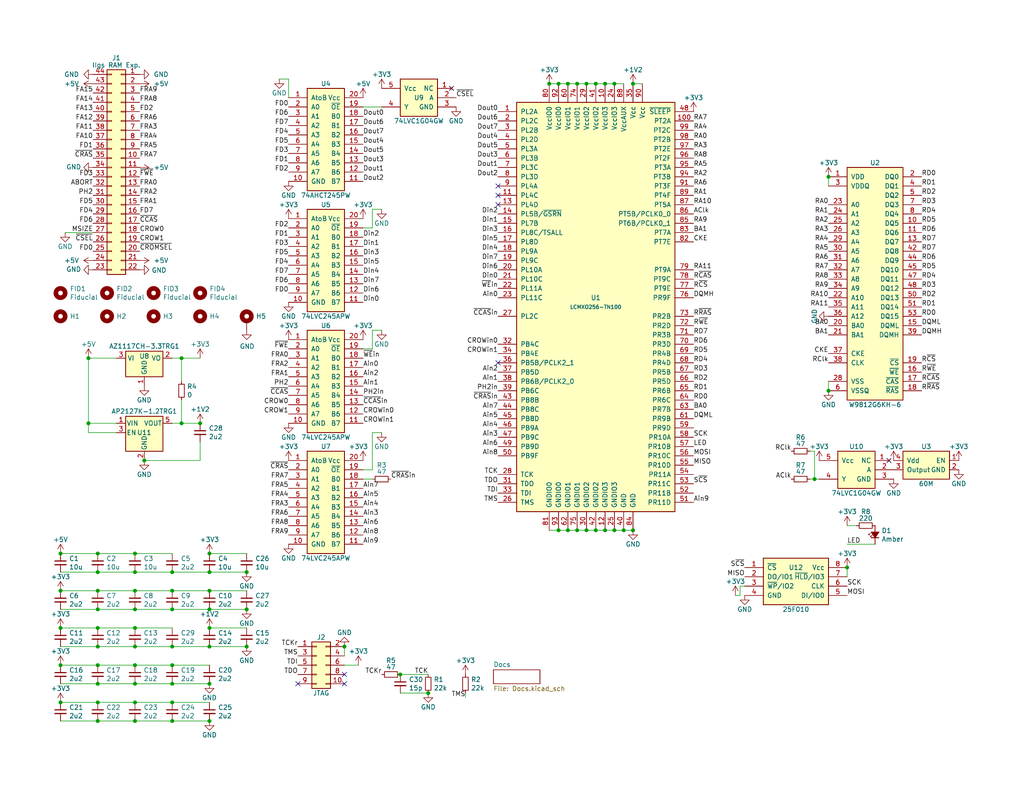
<source format=kicad_sch>
(kicad_sch (version 20230121) (generator eeschema)
  (paper "USLetter")
  (title_block (title "GW4201D (RAM2GS II) - LCMXO256 / LCMXO640") (date "2023-10-27") (rev "2.1") (company "Garrett's Workshop"))
  (junction (at 67.31 166.37))
  (junction (at 46.99 186.69))
  (junction (at 24.13 97.79))
  (junction (at 167.64 22.86))
  (junction (at 26.67 151.13))
  (junction (at 226.06 106.68))
  (junction (at 57.15 171.45))
  (junction (at 36.83 196.85))
  (junction (at 16.51 191.77))
  (junction (at 36.83 181.61))
  (junction (at 16.51 151.13))
  (junction (at 36.83 176.53))
  (junction (at 16.51 161.29))
  (junction (at 157.48 144.78))
  (junction (at 93.98 176.53))
  (junction (at 36.83 166.37))
  (junction (at 16.51 171.45))
  (junction (at 46.99 161.29))
  (junction (at 57.15 176.53))
  (junction (at 26.67 196.85))
  (junction (at 26.67 166.37))
  (junction (at 46.99 191.77))
  (junction (at 162.56 144.78))
  (junction (at 36.83 186.69))
  (junction (at 222.25 130.81))
  (junction (at 157.48 22.86))
  (junction (at 152.4 144.78))
  (junction (at 154.94 22.86))
  (junction (at 46.99 156.21))
  (junction (at 36.83 171.45))
  (junction (at 36.83 156.21))
  (junction (at 67.31 176.53))
  (junction (at 26.67 161.29))
  (junction (at 160.02 22.86))
  (junction (at 57.15 186.69))
  (junction (at 49.53 97.79))
  (junction (at 26.67 191.77))
  (junction (at 231.14 154.94))
  (junction (at 24.13 115.57))
  (junction (at 46.99 181.61))
  (junction (at 172.72 22.86))
  (junction (at 165.1 144.78))
  (junction (at 26.67 171.45))
  (junction (at 57.15 166.37))
  (junction (at 167.64 144.78))
  (junction (at 26.67 186.69))
  (junction (at 154.94 144.78))
  (junction (at 26.67 176.53))
  (junction (at 16.51 181.61))
  (junction (at 67.31 156.21))
  (junction (at 36.83 161.29))
  (junction (at 149.86 22.86))
  (junction (at 116.84 189.23))
  (junction (at 172.72 144.78))
  (junction (at 36.83 151.13))
  (junction (at 57.15 151.13))
  (junction (at 46.99 196.85))
  (junction (at 162.56 22.86))
  (junction (at 46.99 176.53))
  (junction (at 165.1 22.86))
  (junction (at 26.67 156.21))
  (junction (at 49.53 115.57))
  (junction (at 226.06 48.26))
  (junction (at 39.37 125.73))
  (junction (at 36.83 191.77))
  (junction (at 26.67 181.61))
  (junction (at 152.4 22.86))
  (junction (at 57.15 156.21))
  (junction (at 46.99 166.37))
  (junction (at 57.15 196.85))
  (junction (at 160.02 144.78))
  (junction (at 54.61 115.57))
  (junction (at 170.18 144.78))
  (junction (at 109.22 184.15))
  (junction (at 57.15 161.29))
  (no_connect (at 135.89 53.34))
  (no_connect (at 135.89 99.06))
  (no_connect (at 93.98 184.15))
  (no_connect (at 242.57 125.73))
  (no_connect (at 123.19 24.13))
  (no_connect (at 81.28 186.69))
  (no_connect (at 93.98 186.69))
  (no_connect (at 135.89 55.88))
  (no_connect (at 135.89 50.8))
  (wire (pts (xy 67.31 161.29) (xy 57.15 161.29)))
  (wire (pts (xy 46.99 156.21) (xy 57.15 156.21)))
  (wire (pts (xy 160.02 22.86) (xy 157.48 22.86)))
  (wire (pts (xy 157.48 144.78) (xy 154.94 144.78)))
  (wire (pts (xy 16.51 166.37) (xy 26.67 166.37)))
  (wire (pts (xy 46.99 191.77) (xy 57.15 191.77)))
  (wire (pts (xy 46.99 181.61) (xy 57.15 181.61)))
  (wire (pts (xy 67.31 151.13) (xy 57.15 151.13)))
  (wire (pts (xy 16.51 171.45) (xy 26.67 171.45)))
  (wire (pts (xy 154.94 22.86) (xy 152.4 22.86)))
  (wire (pts (xy 101.6 95.25) (xy 99.06 95.25)))
  (wire (pts (xy 101.6 62.23) (xy 99.06 62.23)))
  (wire (pts (xy 36.83 171.45) (xy 46.99 171.45)))
  (wire (pts (xy 101.6 62.23) (xy 101.6 57.15)))
  (wire (pts (xy 26.67 166.37) (xy 36.83 166.37)))
  (wire (pts (xy 157.48 22.86) (xy 154.94 22.86)))
  (wire (pts (xy 46.99 176.53) (xy 57.15 176.53)))
  (wire (pts (xy 36.83 181.61) (xy 46.99 181.61)))
  (wire (pts (xy 36.83 196.85) (xy 46.99 196.85)))
  (wire (pts (xy 154.94 144.78) (xy 152.4 144.78)))
  (wire (pts (xy 101.6 130.81) (xy 99.06 130.81)))
  (wire (pts (xy 36.83 186.69) (xy 46.99 186.69)))
  (wire (pts (xy 57.15 176.53) (xy 67.31 176.53)))
  (wire (pts (xy 26.67 156.21) (xy 36.83 156.21)))
  (wire (pts (xy 116.84 189.23) (xy 109.22 189.23)))
  (wire (pts (xy 16.51 186.69) (xy 26.67 186.69)))
  (wire (pts (xy 36.83 156.21) (xy 46.99 156.21)))
  (wire (pts (xy 57.15 171.45) (xy 67.31 171.45)))
  (wire (pts (xy 222.25 130.81) (xy 223.52 130.81)))
  (wire (pts (xy 222.25 130.81) (xy 222.25 123.19)))
  (wire (pts (xy 101.6 128.27) (xy 99.06 128.27)))
  (wire (pts (xy 54.61 115.57) (xy 49.53 115.57)))
  (wire (pts (xy 226.06 48.26) (xy 226.06 50.8)))
  (wire (pts (xy 49.53 104.14) (xy 49.53 97.79)))
  (wire (pts (xy 165.1 22.86) (xy 162.56 22.86)))
  (wire (pts (xy 26.67 171.45) (xy 36.83 171.45)))
  (wire (pts (xy 220.98 130.81) (xy 222.25 130.81)))
  (wire (pts (xy 162.56 22.86) (xy 160.02 22.86)))
  (wire (pts (xy 101.6 118.11) (xy 101.6 128.27)))
  (wire (pts (xy 36.83 166.37) (xy 46.99 166.37)))
  (wire (pts (xy 36.83 191.77) (xy 46.99 191.77)))
  (wire (pts (xy 238.76 148.59) (xy 231.14 148.59)))
  (wire (pts (xy 104.14 29.21) (xy 99.06 29.21)))
  (wire (pts (xy 36.83 151.13) (xy 46.99 151.13)))
  (wire (pts (xy 24.13 115.57) (xy 24.13 97.79)))
  (wire (pts (xy 46.99 196.85) (xy 57.15 196.85)))
  (wire (pts (xy 31.75 115.57) (xy 24.13 115.57)))
  (wire (pts (xy 16.51 176.53) (xy 26.67 176.53)))
  (wire (pts (xy 78.74 26.67) (xy 78.74 21.59)))
  (wire (pts (xy 167.64 22.86) (xy 165.1 22.86)))
  (wire (pts (xy 172.72 144.78) (xy 170.18 144.78)))
  (wire (pts (xy 201.93 160.02) (xy 201.93 162.56)))
  (wire (pts (xy 46.99 186.69) (xy 57.15 186.69)))
  (wire (pts (xy 26.67 161.29) (xy 36.83 161.29)))
  (wire (pts (xy 49.53 115.57) (xy 46.99 115.57)))
  (wire (pts (xy 149.86 22.86) (xy 152.4 22.86)))
  (wire (pts (xy 170.18 144.78) (xy 167.64 144.78)))
  (wire (pts (xy 160.02 144.78) (xy 157.48 144.78)))
  (wire (pts (xy 46.99 166.37) (xy 57.15 166.37)))
  (wire (pts (xy 78.74 21.59) (xy 76.2 21.59)))
  (wire (pts (xy 165.1 144.78) (xy 162.56 144.78)))
  (wire (pts (xy 26.67 191.77) (xy 36.83 191.77)))
  (wire (pts (xy 127 190.5) (xy 127 189.23)))
  (wire (pts (xy 172.72 22.86) (xy 175.26 22.86)))
  (wire (pts (xy 57.15 156.21) (xy 67.31 156.21)))
  (wire (pts (xy 26.67 151.13) (xy 36.83 151.13)))
  (wire (pts (xy 201.93 162.56) (xy 200.66 162.56)))
  (wire (pts (xy 24.13 118.11) (xy 24.13 115.57)))
  (wire (pts (xy 26.67 181.61) (xy 36.83 181.61)))
  (wire (pts (xy 16.51 181.61) (xy 26.67 181.61)))
  (wire (pts (xy 203.2 160.02) (xy 201.93 160.02)))
  (wire (pts (xy 54.61 97.79) (xy 49.53 97.79)))
  (wire (pts (xy 101.6 95.25) (xy 101.6 90.17)))
  (wire (pts (xy 54.61 120.65) (xy 54.61 125.73)))
  (wire (pts (xy 24.13 97.79) (xy 31.75 97.79)))
  (wire (pts (xy 167.64 22.86) (xy 170.18 22.86)))
  (wire (pts (xy 222.25 123.19) (xy 220.98 123.19)))
  (wire (pts (xy 231.14 143.51) (xy 233.68 143.51)))
  (wire (pts (xy 149.86 144.78) (xy 152.4 144.78)))
  (wire (pts (xy 101.6 118.11) (xy 104.14 118.11)))
  (wire (pts (xy 101.6 90.17) (xy 104.14 90.17)))
  (wire (pts (xy 16.51 156.21) (xy 26.67 156.21)))
  (wire (pts (xy 54.61 125.73) (xy 39.37 125.73)))
  (wire (pts (xy 49.53 109.22) (xy 49.53 115.57)))
  (wire (pts (xy 162.56 144.78) (xy 160.02 144.78)))
  (wire (pts (xy 226.06 106.68) (xy 226.06 104.14)))
  (wire (pts (xy 16.51 161.29) (xy 26.67 161.29)))
  (wire (pts (xy 17.78 63.5) (xy 25.4 63.5)))
  (wire (pts (xy 36.83 176.53) (xy 46.99 176.53)))
  (wire (pts (xy 57.15 166.37) (xy 67.31 166.37)))
  (wire (pts (xy 167.64 144.78) (xy 165.1 144.78)))
  (wire (pts (xy 26.67 186.69) (xy 36.83 186.69)))
  (wire (pts (xy 231.14 154.94) (xy 231.14 157.48)))
  (wire (pts (xy 16.51 196.85) (xy 26.67 196.85)))
  (wire (pts (xy 26.67 196.85) (xy 36.83 196.85)))
  (wire (pts (xy 49.53 97.79) (xy 46.99 97.79)))
  (wire (pts (xy 16.51 151.13) (xy 26.67 151.13)))
  (wire (pts (xy 101.6 57.15) (xy 104.14 57.15)))
  (wire (pts (xy 31.75 118.11) (xy 24.13 118.11)))
  (wire (pts (xy 16.51 191.77) (xy 26.67 191.77)))
  (wire (pts (xy 36.83 161.29) (xy 46.99 161.29)))
  (wire (pts (xy 93.98 176.53) (xy 93.98 179.07)))
  (wire (pts (xy 116.84 184.15) (xy 109.22 184.15)))
  (wire (pts (xy 97.79 181.61) (xy 93.98 181.61)))
  (wire (pts (xy 46.99 161.29) (xy 57.15 161.29)))
  (wire (pts (xy 26.67 176.53) (xy 36.83 176.53)))
  (label "Ain1" (at 99.06 105.41 0))
  (label "FD2" (at 78.74 62.23 180))
  (label "RA4" (at 226.06 66.04 180))
  (label "Ain3" (at 135.89 119.38 180))
  (label "Ain2" (at 99.06 102.87 0))
  (label "RD6" (at 251.46 63.5 0))
  (label "FD5" (at 78.74 69.85 180))
  (label "TMS" (at 81.28 179.07 180))
  (label "RD7" (at 251.46 66.04 0))
  (label "Din5" (at 135.89 66.04 180))
  (label "Ain6" (at 99.06 143.51 0))
  (label "RA5" (at 226.06 68.58 180))
  (label "RA10" (at 226.06 81.28 180))
  (label "TDO" (at 81.28 184.15 180))
  (label "RClk" (at 226.06 99.06 180))
  (label "FA13" (at 25.4 30.48 180))
  (label "RD5" (at 189.23 96.52 0))
  (label "RA8" (at 226.06 76.2 180))
  (label "CROWin1" (at 135.89 96.52 180))
  (label "RD0" (at 251.46 86.36 0))
  (label "FD5" (at 78.74 39.37 180))
  (label "Ain9" (at 189.23 137.16 0))
  (label "FRA2" (at 38.1 53.34 0))
  (label "CKE" (at 226.06 96.52 180))
  (label "DQMH" (at 251.46 91.44 0))
  (label "Dout7" (at 99.06 36.83 0))
  (label "TDI" (at 135.89 134.62 180))
  (label "CROWin1" (at 99.06 115.57 0))
  (label "Ain8" (at 135.89 124.46 180))
  (label "RClk" (at 215.9 123.19 180))
  (label "RD1" (at 251.46 83.82 0))
  (label "FA14" (at 25.4 27.94 180))
  (label "R~{CAS}" (at 189.23 76.2 0))
  (label "~{CCAS}" (at 38.1 60.96 0))
  (label "FD2" (at 38.1 30.48 0))
  (label "Ain7" (at 135.89 111.76 180))
  (label "TDI" (at 81.28 181.61 180))
  (label "RA4" (at 189.23 35.56 0))
  (label "RD0" (at 189.23 109.22 0))
  (label "S~{CS}" (at 203.2 154.94 180))
  (label "FA12" (at 25.4 33.02 180))
  (label "MSIZE" (at 25.4 63.5 180))
  (label "FA10" (at 25.4 38.1 180))
  (label "RA11" (at 226.06 83.82 180))
  (label "Dout6" (at 99.06 34.29 0))
  (label "RA0" (at 226.06 55.88 180))
  (label "Din3" (at 135.89 63.5 180))
  (label "R~{CS}" (at 251.46 99.06 0))
  (label "TDO" (at 135.89 132.08 180))
  (label "FD3" (at 78.74 41.91 180))
  (label "~{CCAS}in" (at 99.06 110.49 0))
  (label "Ain4" (at 135.89 116.84 180))
  (label "CROW0" (at 78.74 110.49 180))
  (label "Ain6" (at 135.89 121.92 180))
  (label "RA3" (at 226.06 63.5 180))
  (label "Dout4" (at 135.89 38.1 180))
  (label "Din1" (at 99.06 67.31 0))
  (label "RD6" (at 251.46 71.12 0))
  (label "PH2" (at 25.4 53.34 180))
  (label "PH2in" (at 99.06 107.95 0))
  (label "Ain2" (at 135.89 101.6 180))
  (label "AClk" (at 189.23 58.42 0))
  (label "Dout1" (at 135.89 45.72 180))
  (label "Ain5" (at 99.06 135.89 0))
  (label "R~{WE}" (at 251.46 101.6 0))
  (label "FA11" (at 25.4 35.56 180))
  (label "Din4" (at 135.89 68.58 180))
  (label "FRA6" (at 78.74 140.97 180))
  (label "RD2" (at 251.46 53.34 0))
  (label "~{CCAS}" (at 78.74 107.95 180))
  (label "TCK" (at 135.89 129.54 180))
  (label "Din5" (at 99.06 72.39 0))
  (label "~{CROMSEL}" (at 38.1 68.58 0))
  (label "Dout4" (at 99.06 39.37 0))
  (label "RA2" (at 189.23 48.26 0))
  (label "FD3" (at 78.74 67.31 180))
  (label "Din0" (at 135.89 76.2 180))
  (label "RA6" (at 226.06 71.12 180))
  (label "Din0" (at 99.06 82.55 0))
  (label "~{FWE}" (at 78.74 95.25 180))
  (label "Dout3" (at 99.06 44.45 0))
  (label "Ain0" (at 135.89 81.28 180))
  (label "~{CRAS}in" (at 135.89 109.22 180))
  (label "R~{RAS}" (at 189.23 86.36 0))
  (label "FRA3" (at 78.74 138.43 180))
  (label "Din3" (at 99.06 69.85 0))
  (label "FD0" (at 78.74 80.01 180))
  (label "FD4" (at 78.74 36.83 180))
  (label "RA1" (at 189.23 53.34 0))
  (label "RD1" (at 251.46 50.8 0))
  (label "FD5" (at 25.4 55.88 180))
  (label "RD7" (at 189.23 91.44 0))
  (label "FD1" (at 78.74 44.45 180))
  (label "CROW1" (at 38.1 66.04 0))
  (label "FRA8" (at 78.74 143.51 180))
  (label "FRA8" (at 38.1 27.94 0))
  (label "MOSI" (at 231.14 162.56 0))
  (label "FA15" (at 25.4 25.4 180))
  (label "DQML" (at 251.46 88.9 0))
  (label "Dout2" (at 135.89 48.26 180))
  (label "RD4" (at 251.46 76.2 0))
  (label "CKE" (at 189.23 66.04 0))
  (label "FD7" (at 38.1 58.42 0))
  (label "Ain0" (at 99.06 100.33 0))
  (label "MISO" (at 203.2 157.48 180))
  (label "FRA5" (at 78.74 133.35 180))
  (label "Dout1" (at 99.06 46.99 0))
  (label "FRA0" (at 78.74 97.79 180))
  (label "~{CSEL}" (at 124.46 26.67 0))
  (label "Ain9" (at 99.06 148.59 0))
  (label "FRA5" (at 38.1 40.64 0))
  (label "RD3" (at 251.46 78.74 0))
  (label "Dout6" (at 135.89 33.02 180))
  (label "FRA7" (at 78.74 130.81 180))
  (label "RA7" (at 226.06 73.66 180))
  (label "FRA7" (at 38.1 43.18 0))
  (label "FD6" (at 78.74 77.47 180))
  (label "RD5" (at 251.46 73.66 0))
  (label "Din2" (at 135.89 58.42 180))
  (label "Din1" (at 135.89 60.96 180))
  (label "RA10" (at 189.23 55.88 0))
  (label "Din7" (at 135.89 71.12 180))
  (label "FD4" (at 25.4 58.42 180))
  (label "Ain7" (at 99.06 133.35 0))
  (label "FD1" (at 25.4 40.64 180))
  (label "BA0" (at 226.06 88.9 180))
  (label "Din7" (at 99.06 77.47 0))
  (label "R~{RAS}" (at 251.46 106.68 0))
  (label "RD4" (at 251.46 58.42 0))
  (label "~{WE}in" (at 99.06 97.79 0))
  (label "FRA1" (at 38.1 55.88 0))
  (label "RD5" (at 251.46 60.96 0))
  (label "BA1" (at 226.06 91.44 180))
  (label "RA8" (at 189.23 43.18 0))
  (label "RD3" (at 189.23 101.6 0))
  (label "RD2" (at 189.23 104.14 0))
  (label "FRA2" (at 78.74 100.33 180))
  (label "Dout0" (at 135.89 30.48 180))
  (label "TMS" (at 135.89 137.16 180))
  (label "FD3" (at 25.4 48.26 180))
  (label "BA1" (at 189.23 63.5 0))
  (label "RD2" (at 251.46 81.28 0))
  (label "~{CCAS}in" (at 135.89 86.36 180))
  (label "RD1" (at 189.23 106.68 0))
  (label "BA0" (at 189.23 111.76 0))
  (label "CROW0" (at 38.1 63.5 0))
  (label "Ain1" (at 135.89 104.14 180))
  (label "FRA6" (at 38.1 33.02 0))
  (label "RD4" (at 189.23 99.06 0))
  (label "LED" (at 189.23 121.92 0))
  (label "Dout3" (at 135.89 43.18 180))
  (label "RA3" (at 189.23 40.64 0))
  (label "Din4" (at 99.06 74.93 0))
  (label "TCKr" (at 81.28 176.53 180))
  (label "TCKr" (at 104.14 184.15 180))
  (label "PH2in" (at 135.89 106.68 180))
  (label "R~{WE}" (at 189.23 88.9 0))
  (label "RD0" (at 251.46 48.26 0))
  (label "FD2" (at 78.74 46.99 180))
  (label "CROWin0" (at 135.89 93.98 180))
  (label "SCK" (at 189.23 119.38 0))
  (label "FD7" (at 78.74 74.93 180))
  (label "RA9" (at 189.23 60.96 0))
  (label "Ain8" (at 99.06 146.05 0))
  (label "RD7" (at 251.46 68.58 0))
  (label "RA0" (at 189.23 38.1 0))
  (label "FRA4" (at 38.1 38.1 0))
  (label "FRA0" (at 38.1 50.8 0))
  (label "ABORT" (at 25.4 50.8 180))
  (label "FD6" (at 78.74 31.75 180))
  (label "FRA3" (at 38.1 35.56 0))
  (label "Din2" (at 99.06 64.77 0))
  (label "LED" (at 231.14 148.59 0))
  (label "TCK" (at 116.84 184.15 180))
  (label "DQML" (at 189.23 114.3 0))
  (label "FD7" (at 78.74 34.29 180))
  (label "FRA9" (at 38.1 25.4 0))
  (label "RA11" (at 189.23 73.66 0))
  (label "FD1" (at 78.74 64.77 180))
  (label "~{CRAS}" (at 25.4 43.18 180))
  (label "~{CRAS}" (at 78.74 128.27 180))
  (label "R~{CAS}" (at 251.46 104.14 0))
  (label "SCK" (at 231.14 160.02 0))
  (label "RA7" (at 189.23 33.02 0))
  (label "Dout5" (at 99.06 41.91 0))
  (label "S~{CS}" (at 189.23 132.08 0))
  (label "Dout5" (at 135.89 40.64 180))
  (label "AClk" (at 215.9 130.81 180))
  (label "Dout7" (at 135.89 35.56 180))
  (label "RA2" (at 226.06 60.96 180))
  (label "FD0" (at 78.74 29.21 180))
  (label "Din6" (at 99.06 80.01 0))
  (label "~{WE}in" (at 135.89 78.74 180))
  (label "Dout2" (at 99.06 49.53 0))
  (label "RD3" (at 251.46 55.88 0))
  (label "RA1" (at 226.06 58.42 180))
  (label "FD0" (at 25.4 68.58 180))
  (label "~{CRAS}in" (at 106.68 130.81 0))
  (label "FRA1" (at 78.74 102.87 180))
  (label "MOSI" (at 189.23 124.46 0))
  (label "RA5" (at 189.23 45.72 0))
  (label "Dout0" (at 99.06 31.75 0))
  (label "~{CSEL}" (at 25.4 66.04 180))
  (label "RA9" (at 226.06 78.74 180))
  (label "CROWin0" (at 99.06 113.03 0))
  (label "TMS" (at 127 190.5 180))
  (label "MISO" (at 189.23 127 0))
  (label "RD6" (at 189.23 93.98 0))
  (label "Din6" (at 135.89 73.66 180))
  (label "RA6" (at 189.23 50.8 0))
  (label "CROW1" (at 78.74 113.03 180))
  (label "R~{CS}" (at 189.23 78.74 0))
  (label "~{FWE}" (at 38.1 48.26 0))
  (label "DQMH" (at 189.23 81.28 0))
  (label "PH2" (at 78.74 105.41 180))
  (label "Ain4" (at 99.06 138.43 0))
  (label "Ain3" (at 99.06 140.97 0))
  (label "FRA4" (at 78.74 135.89 180))
  (label "FRA9" (at 78.74 146.05 180))
  (label "Ain5" (at 135.89 114.3 180))
  (label "FD6" (at 25.4 60.96 180))
  (label "FD4" (at 78.74 72.39 180))
  (symbol (lib_id "Connector_Generic:Conn_02x22_Counter_Clockwise") (at 33.02 45.72 0) (mirror y) (unit 1)
    (property "Reference" "J1" (at 31.75 16.51 0) (effects (justify bottom)))
    (property "Value" "IIgs RAM Exp." (at 31.75 17.78 0))
    (property "Footprint" "stdpads:AppleIIgsMemoryExpansion_Edge" (effects hide))
    (property "Notes" "DNP - edge connector" (effects hide))
  )
  (symbol (lib_id "power:GND") (at 38.1 20.32 90) (mirror x) (unit 1)
    (property "Reference" "#PWR0101" (effects hide))
    (property "Value" "GND" (at 41.91 20.32 90) (effects (justify right)))
  )
  (symbol (lib_id "power:GND") (at 25.4 20.32 270) (mirror x) (unit 1)
    (property "Reference" "#PWR0102" (effects hide))
    (property "Value" "GND" (at 21.59 20.32 90) (effects (justify right)))
  )
  (symbol (lib_id "power:GND") (at 25.4 73.66 270) (mirror x) (unit 1)
    (property "Reference" "#PWR0103" (effects hide))
    (property "Value" "GND" (at 22.1488 73.533 90) (effects (justify right)))
  )
  (symbol (lib_id "power:GND") (at 38.1 73.66 90) (mirror x) (unit 1)
    (property "Reference" "#PWR0104" (effects hide))
    (property "Value" "GND" (at 41.3512 73.787 90) (effects (justify right)))
  )
  (symbol (lib_id "power:+5V") (at 38.1 22.86 270) (mirror x) (unit 1)
    (property "Reference" "#PWR0105" (effects hide))
    (property "Value" "+5V" (at 41.91 22.86 90) (effects (justify left)))
  )
  (symbol (lib_id "power:+5V") (at 25.4 22.86 90) (mirror x) (unit 1)
    (property "Reference" "#PWR0106" (effects hide))
    (property "Value" "+5V" (at 21.59 22.86 90) (effects (justify left)))
  )
  (symbol (lib_id "power:+5V") (at 38.1 71.12 270) (mirror x) (unit 1)
    (property "Reference" "#PWR0107" (effects hide))
    (property "Value" "+5V" (at 41.91 71.12 90) (effects (justify left)))
  )
  (symbol (lib_id "power:+5V") (at 25.4 71.12 90) (mirror x) (unit 1)
    (property "Reference" "#PWR0108" (effects hide))
    (property "Value" "+5V" (at 21.59 71.12 90) (effects (justify left)))
  )
  (symbol (lib_id "power:+5V") (at 38.1 45.72 270) (mirror x) (unit 1)
    (property "Reference" "#PWR0109" (effects hide))
    (property "Value" "+5V" (at 41.91 45.72 90) (effects (justify left)))
  )
  (symbol (lib_id "power:GND") (at 25.4 45.72 270) (mirror x) (unit 1)
    (property "Reference" "#PWR0110" (effects hide))
    (property "Value" "GND" (at 22.1488 45.593 90) (effects (justify right)))
  )
  (symbol (lib_id "Mechanical:MountingHole") (at 16.51 80.01 0) (unit 1)
    (property "Reference" "FID1" (at 19.05 78.8416 0) (effects (justify left)))
    (property "Value" "Fiducial" (at 19.05 81.153 0) (effects (justify left)))
    (property "Footprint" "stdpads:Fiducial" (effects hide))
    (property "Notes" "DNP - SMT vision system fiducial" (effects hide))
  )
  (symbol (lib_id "Mechanical:MountingHole") (at 29.21 80.01 0) (unit 1)
    (property "Reference" "FID2" (at 31.75 78.8416 0) (effects (justify left)))
    (property "Value" "Fiducial" (at 31.75 81.153 0) (effects (justify left)))
    (property "Footprint" "stdpads:Fiducial" (effects hide))
    (property "Notes" "DNP - SMT vision system fiducial" (effects hide))
  )
  (symbol (lib_id "Mechanical:MountingHole") (at 41.91 80.01 0) (unit 1)
    (property "Reference" "FID3" (at 44.45 78.8416 0) (effects (justify left)))
    (property "Value" "Fiducial" (at 44.45 81.153 0) (effects (justify left)))
    (property "Footprint" "stdpads:Fiducial" (effects hide))
    (property "Notes" "DNP - SMT vision system fiducial" (effects hide))
  )
  (symbol (lib_id "Mechanical:MountingHole") (at 54.61 80.01 0) (unit 1)
    (property "Reference" "FID4" (at 57.15 78.8416 0) (effects (justify left)))
    (property "Value" "Fiducial" (at 57.15 81.153 0) (effects (justify left)))
    (property "Footprint" "stdpads:Fiducial" (effects hide))
    (property "Notes" "DNP - SMT vision system fiducial" (effects hide))
  )
  (symbol (lib_id "GW_Logic:74245") (at 88.9 38.1 0) (unit 1)
    (property "Reference" "U4" (at 88.9 22.86 0))
    (property "Value" "74AHCT245PW" (at 88.9 53.34 0))
    (property "Footprint" "stdpads:TSSOP-20_4.4x6.5mm_P0.65mm" (effects hide))
    (property "LCSC Part" "C173388" (effects hide))
    (property "Mfg. Part Numbers" "NXP 74AHCT245PW, NXP 74AHCT245APW, TI SN74AHCT245PW" (effects hide))
    (property "Notes" "Most 74AHCT245 in TSSOP-20 package is acceptable." (effects hide))
  )
  (symbol (lib_id "GW_Logic:74245") (at 88.9 71.12 0) (unit 1)
    (property "Reference" "U5" (at 88.9 55.88 0))
    (property "Value" "74LVC245APW" (at 88.9 86.36 0))
    (property "Footprint" "stdpads:TSSOP-20_4.4x6.5mm_P0.65mm" (effects hide))
    (property "LCSC Part" "C6082" (effects hide))
    (property "Mfg. Part Numbers" "NXP 74LVC245APW, TI SN74LVC245APW, NXP 74AHC245PW, NXP 74AHC245APW, TI SN74AHC245PW" (effects hide))
    (property "Notes" "Most 74LVC245 or 74AHC245 in TSSOP-20 package is acceptable." (effects hide))
  )
  (symbol (lib_id "GW_Logic:74245") (at 88.9 104.14 0) (unit 1)
    (property "Reference" "U6" (at 88.9 88.9 0))
    (property "Value" "74LVC245APW" (at 88.9 119.38 0))
    (property "Footprint" "stdpads:TSSOP-20_4.4x6.5mm_P0.65mm" (effects hide))
    (property "LCSC Part" "C6082" (effects hide))
    (property "Mfg. Part Numbers" "NXP 74LVC245APW, TI SN74LVC245APW, NXP 74AHC245PW, NXP 74AHC245APW, TI SN74AHC245PW" (effects hide))
    (property "Notes" "Most 74LVC245 or 74AHC245 in TSSOP-20 package is acceptable." (effects hide))
  )
  (symbol (lib_id "GW_Logic:74245") (at 88.9 137.16 0) (unit 1)
    (property "Reference" "U7" (at 88.9 121.92 0))
    (property "Value" "74LVC245APW" (at 88.9 152.4 0))
    (property "Footprint" "stdpads:TSSOP-20_4.4x6.5mm_P0.65mm" (effects hide))
    (property "LCSC Part" "C6082" (effects hide))
    (property "Mfg. Part Numbers" "NXP 74LVC245APW, TI SN74LVC245APW, NXP 74AHC245PW, NXP 74AHC245APW, TI SN74AHC245PW" (effects hide))
    (property "Notes" "Most 74LVC245 or 74AHC245 in TSSOP-20 package is acceptable." (effects hide))
  )
  (symbol (lib_id "power:GND") (at 78.74 115.57 0) (mirror y) (unit 1)
    (property "Reference" "#PWR0111" (effects hide))
    (property "Value" "GND" (at 78.74 119.38 0))
  )
  (symbol (lib_id "power:GND") (at 78.74 148.59 0) (mirror y) (unit 1)
    (property "Reference" "#PWR0112" (effects hide))
    (property "Value" "GND" (at 78.74 152.4 0))
  )
  (symbol (lib_id "power:GND") (at 78.74 82.55 0) (mirror y) (unit 1)
    (property "Reference" "#PWR0114" (effects hide))
    (property "Value" "GND" (at 78.74 86.36 0))
  )
  (symbol (lib_id "power:GND") (at 78.74 49.53 0) (mirror y) (unit 1)
    (property "Reference" "#PWR0115" (effects hide))
    (property "Value" "GND" (at 78.74 53.34 0))
  )
  (symbol (lib_id "power:GND") (at 76.2 21.59 0) (unit 1)
    (property "Reference" "#PWR0117" (effects hide))
    (property "Value" "GND" (at 76.2 25.4 0))
  )
  (symbol (lib_id "power:+3V3") (at 78.74 125.73 0) (unit 1)
    (property "Reference" "#PWR0118" (effects hide))
    (property "Value" "+3V3" (at 78.74 121.92 0))
  )
  (symbol (lib_id "power:+3V3") (at 99.06 125.73 0) (unit 1)
    (property "Reference" "#PWR0119" (effects hide))
    (property "Value" "+3V3" (at 97.79 121.92 0))
  )
  (symbol (lib_id "power:+3V3") (at 99.06 92.71 0) (unit 1)
    (property "Reference" "#PWR0120" (effects hide))
    (property "Value" "+3V3" (at 99.06 88.9 0))
  )
  (symbol (lib_id "power:+3V3") (at 99.06 59.69 0) (unit 1)
    (property "Reference" "#PWR0121" (effects hide))
    (property "Value" "+3V3" (at 99.06 55.88 0))
  )
  (symbol (lib_id "power:+3V3") (at 78.74 59.69 0) (unit 1)
    (property "Reference" "#PWR0122" (effects hide))
    (property "Value" "+3V3" (at 78.74 55.88 0))
  )
  (symbol (lib_id "power:+3V3") (at 78.74 92.71 0) (unit 1)
    (property "Reference" "#PWR0123" (effects hide))
    (property "Value" "+3V3" (at 78.74 88.9 0))
  )
  (symbol (lib_id "power:GND") (at 104.14 90.17 0) (mirror y) (unit 1)
    (property "Reference" "#PWR0124" (effects hide))
    (property "Value" "GND" (at 104.14 93.98 0))
  )
  (symbol (lib_id "power:GND") (at 104.14 57.15 0) (mirror y) (unit 1)
    (property "Reference" "#PWR0125" (effects hide))
    (property "Value" "GND" (at 104.14 60.96 0))
  )
  (symbol (lib_id "power:GND") (at 104.14 118.11 0) (mirror y) (unit 1)
    (property "Reference" "#PWR0126" (effects hide))
    (property "Value" "GND" (at 104.14 121.92 0))
  )
  (symbol (lib_id "GW_RAM:SDRAM-16Mx16-TSOP2-54") (at 238.76 73.66 0) (unit 1)
    (property "Reference" "U2" (at 238.76 44.45 0))
    (property "Value" "W9812G6KH-6" (at 238.76 110.49 0))
    (property "Footprint" "stdpads:TSOP-II-54_22.2x10.16mm_P0.8mm" (effects hide))
    (property "LCSC Part" "C62379" (effects hide))
    (property "Mfg. Part Numbers" "Winbond W9812G6KH-6, Winbond W9812G6KH-6I, Winbond W9825G6KH-6, Winbond W9825G6KH-6I, ISSI IS42S16160J-6TL, ISSI IS42S16160J-6TLI, Micron MT48LC16M16A2P-6A :G, Micron MT48LC16M16A2P-6A IT:G" (effects hide))
    (property "Notes" "Most 166 MHz 128/256 Mbit x16 SDRAM is acceptable." (effects hide))
  )
  (symbol (lib_id "GW_Logic:Oscillator_4P") (at 252.73 128.27 0) (mirror y) (unit 1)
    (property "Reference" "U3" (at 252.73 121.92 0))
    (property "Value" "60M" (at 252.73 132.08 0))
    (property "Footprint" "stdpads:Crystal_SMD_7050-4Pin_7.0x5.0mm_SiTime" (effects hide))
    (property "LCSC Part" "C26255" (effects hide))
    (property "Mfg. Part Numbers" "SiTime SIT1602AI-82-33E-60.000000Y, Shenzhen SCTF S7D60.000000B20F30T, Taiten OCETGLJTNF-60MHZ" (effects hide))
    (property "Notes" "Most 60-62.5 MHz 3.3V crystal oscillator or silicon oscillator is acceptable. Do not use crystal resonator or ceramic resonator." (effects hide))
  )
  (symbol (lib_id "power:GND") (at 261.62 128.27 0) (unit 1)
    (property "Reference" "#PWR0128" (effects hide))
    (property "Value" "GND" (at 261.62 132.08 0))
  )
  (symbol (lib_id "power:+3V3") (at 261.62 125.73 0) (mirror y) (unit 1)
    (property "Reference" "#PWR0129" (effects hide))
    (property "Value" "+3V3" (at 261.62 121.92 0))
  )
  (symbol (lib_id "power:GND") (at 226.06 106.68 0) (mirror y) (unit 1)
    (property "Reference" "#PWR0130" (effects hide))
    (property "Value" "GND" (at 226.06 110.49 0))
  )
  (symbol (lib_id "power:+3V3") (at 226.06 48.26 0) (unit 1)
    (property "Reference" "#PWR0131" (effects hide))
    (property "Value" "+3V3" (at 226.06 44.45 0))
  )
  (symbol (lib_id "Regulator_Linear:LD1117S33TR_SOT223") (at 39.37 97.79 0) (unit 1)
    (property "Reference" "U8" (at 39.37 96.52 0) (effects (justify top)))
    (property "Value" "AZ1117CH-3.3TRG1" (at 39.37 95.25 0) (effects (justify bottom)))
    (property "Footprint" "stdpads:SOT-223" (effects hide))
    (property "LCSC Part" "C92102" (effects hide))
    (property "Mfg. Part Numbers" "Diodes AZ1117CH-3.3TRG1, Diodes AZ1117EH-3.3TRG1" (effects hide))
    (property "Notes" "Most 1117-type 3.3V regulator in SOT-223 package is acceptable." (effects hide))
  )
  (symbol (lib_id "power:GND") (at 39.37 105.41 0) (mirror y) (unit 1)
    (property "Reference" "#PWR0132" (effects hide))
    (property "Value" "GND" (at 39.37 109.22 0))
  )
  (symbol (lib_id "power:+3V3") (at 54.61 97.79 0) (unit 1)
    (property "Reference" "#PWR0133" (effects hide))
    (property "Value" "+3V3" (at 54.61 93.98 0))
  )
  (symbol (lib_id "power:+5V") (at 24.13 97.79 0) (mirror y) (unit 1)
    (property "Reference" "#PWR0134" (effects hide))
    (property "Value" "+5V" (at 24.13 93.98 0))
  )
  (symbol (lib_id "power:+3V3") (at 149.86 22.86 0) (unit 1)
    (property "Reference" "#PWR0135" (effects hide))
    (property "Value" "+3V3" (at 149.86 19.05 0))
  )
  (symbol (lib_id "power:GND") (at 172.72 144.78 0) (mirror y) (unit 1)
    (property "Reference" "#PWR0136" (effects hide))
    (property "Value" "GND" (at 172.72 148.59 0))
  )
  (symbol (lib_id "GW_Logic:741G04GW") (at 233.68 128.27 0) (mirror y) (unit 1)
    (property "Reference" "U10" (at 233.68 121.92 0))
    (property "Value" "74LVC1G04GW" (at 233.68 134.62 0))
    (property "Footprint" "stdpads:SOT-353" (effects hide))
    (property "LCSC Part" "C10237" (effects hide))
    (property "Mfg. Part Numbers" "NXP 74LVC1G04GW, TI SN74LVC1G04DCK, NXP 74AHC1G04GW, TI SN74AHC1G04DCK" (effects hide))
    (property "Notes" "Most 74LVC1G04 or 74AHC1G04 in SOT-353 package is acceptable." (effects hide))
  )
  (symbol (lib_id "power:+3V3") (at 223.52 125.73 0) (mirror y) (unit 1)
    (property "Reference" "#PWR0156" (effects hide))
    (property "Value" "+3V3" (at 223.52 121.92 0))
  )
  (symbol (lib_id "GW_Logic:741G04GW") (at 114.3 26.67 0) (mirror y) (unit 1)
    (property "Reference" "U9" (at 114.3 26.67 0))
    (property "Value" "74LVC1G04GW" (at 114.3 33.02 0))
    (property "Footprint" "stdpads:SOT-353" (effects hide))
    (property "LCSC Part" "C10237" (effects hide))
    (property "Mfg. Part Numbers" "NXP 74LVC1G04GW, TI SN74LVC1G04DCK, NXP 74AHC1G04GW, TI SN74AHC1G04DCK" (effects hide))
    (property "Notes" "Most 74LVC1G04 or 74AHC1G04 in SOT-353 package is acceptable." (effects hide))
  )
  (symbol (lib_id "power:GND") (at 124.46 29.21 0) (mirror y) (unit 1)
    (property "Reference" "#PWR0116" (effects hide))
    (property "Value" "GND" (at 124.46 33.02 0))
  )
  (symbol (lib_id "power:GND") (at 243.84 130.81 0) (mirror y) (unit 1)
    (property "Reference" "#PWR0127" (effects hide))
    (property "Value" "GND" (at 243.84 134.62 0))
  )
  (symbol (lib_id "power:+3V3") (at 243.84 125.73 0) (mirror y) (unit 1)
    (property "Reference" "#PWR0149" (effects hide))
    (property "Value" "+3V3" (at 243.84 121.92 0))
  )
  (symbol (lib_id "Connector_Generic:Conn_02x05_Odd_Even") (at 86.36 181.61 0) (unit 1)
    (property "Reference" "J2" (at 87.63 173.99 0))
    (property "Value" "JTAG" (at 87.63 189.23 0))
    (property "Footprint" "Connector:Tag-Connect_TC2050-IDC-FP_2x05_P1.27mm_Vertical" (effects hide))
    (property "Notes" "DNP - test pad connector" (effects hide))
  )
  (symbol (lib_id "power:GND") (at 93.98 176.53 180) (unit 1)
    (property "Reference" "#PWR0151" (effects hide))
    (property "Value" "GND" (at 93.98 172.72 0))
  )
  (symbol (lib_id "power:+3V3") (at 97.79 181.61 0) (unit 1)
    (property "Reference" "#PWR0152" (effects hide))
    (property "Value" "+3V3" (at 97.79 177.8 0))
  )
  (symbol (lib_id "Device:R_Small") (at 116.84 186.69 0) (mirror y) (unit 1)
    (property "Reference" "R1" (at 118.3386 185.5216 0) (effects (justify right)))
    (property "Value" "22k" (at 118.3386 187.833 0) (effects (justify right)))
    (property "Footprint" "stdpads:R_0805" (effects hide))
    (property "LCSC Part" "C17560" (effects hide))
    (property "Notes" "Any manufacturer's part is acceptable." (effects hide))
    (property "Mfg. Part Numbers" "Uniroyal 0805W8F2202T5E" (effects hide))
  )
  (symbol (lib_id "power:GND") (at 116.84 189.23 0) (unit 1)
    (property "Reference" "#PWR0153" (effects hide))
    (property "Value" "GND" (at 116.84 193.04 0))
  )
  (symbol (lib_id "Device:R_Small") (at 127 186.69 0) (unit 1)
    (property "Reference" "R2" (at 128.4986 185.5216 0) (effects (justify left)))
    (property "Value" "22k" (at 128.4986 187.833 0) (effects (justify left)))
    (property "Footprint" "stdpads:R_0805" (effects hide))
    (property "LCSC Part" "C17560" (effects hide))
    (property "Notes" "Any manufacturer's part is acceptable." (effects hide))
    (property "Mfg. Part Numbers" "Uniroyal 0805W8F2202T5E" (effects hide))
  )
  (symbol (lib_id "power:+3V3") (at 127 184.15 0) (unit 1)
    (property "Reference" "#PWR0154" (effects hide))
    (property "Value" "+3V3" (at 127 180.34 0))
  )
  (symbol (lib_id "power:GND") (at 17.78 63.5 0) (mirror y) (unit 1)
    (property "Reference" "#PWR0155" (effects hide))
    (property "Value" "GND" (at 17.78 67.31 0))
  )
  (symbol (lib_id "power:GND") (at 67.31 156.21 0) (mirror y) (unit 1)
    (property "Reference" "#PWR0137" (effects hide))
    (property "Value" "GND" (at 67.31 160.02 0))
  )
  (symbol (lib_id "power:+5V") (at 16.51 151.13 0) (mirror y) (unit 1)
    (property "Reference" "#PWR0138" (effects hide))
    (property "Value" "+5V" (at 16.51 147.32 0))
  )
  (symbol (lib_id "power:+3V3") (at 16.51 161.29 0) (unit 1)
    (property "Reference" "#PWR0139" (effects hide))
    (property "Value" "+3V3" (at 16.51 157.48 0))
  )
  (symbol (lib_id "power:GND") (at 67.31 166.37 0) (mirror y) (unit 1)
    (property "Reference" "#PWR0140" (effects hide))
    (property "Value" "GND" (at 67.31 170.18 0))
  )
  (symbol (lib_id "power:+3V3") (at 16.51 171.45 0) (unit 1)
    (property "Reference" "#PWR0141" (effects hide))
    (property "Value" "+3V3" (at 16.51 167.64 0))
  )
  (symbol (lib_id "power:GND") (at 67.31 176.53 0) (mirror y) (unit 1)
    (property "Reference" "#PWR0142" (effects hide))
    (property "Value" "GND" (at 67.31 180.34 0))
  )
  (symbol (lib_id "power:+3V3") (at 16.51 181.61 0) (unit 1)
    (property "Reference" "#PWR0143" (effects hide))
    (property "Value" "+3V3" (at 16.51 177.8 0))
  )
  (symbol (lib_id "power:GND") (at 57.15 186.69 0) (mirror y) (unit 1)
    (property "Reference" "#PWR0144" (effects hide))
    (property "Value" "GND" (at 57.15 190.5 0))
  )
  (symbol (lib_id "power:+3V3") (at 16.51 191.77 0) (unit 1)
    (property "Reference" "#PWR0145" (effects hide))
    (property "Value" "+3V3" (at 16.51 187.96 0))
  )
  (symbol (lib_id "power:GND") (at 57.15 196.85 0) (mirror y) (unit 1)
    (property "Reference" "#PWR0146" (effects hide))
    (property "Value" "GND" (at 57.15 200.66 0))
  )
  (symbol (lib_id "power:+3V3") (at 57.15 151.13 0) (unit 1)
    (property "Reference" "#PWR0147" (effects hide))
    (property "Value" "+3V3" (at 57.15 147.32 0))
  )
  (symbol (lib_id "Device:C_Small") (at 16.51 163.83 0) (unit 1)
    (property "Reference" "C6" (at 18.8468 162.6616 0) (effects (justify left)))
    (property "Value" "2u2" (at 18.8468 164.973 0) (effects (justify left)))
    (property "Footprint" "stdpads:C_0603" (effects hide))
    (property "LCSC Part" "C23630" (effects hide))
    (property "Notes" "10V or higher. Any manufacturer's part is acceptable but Samsung, Murata, Yageo preferred." (effects hide))
    (property "Mfg. Part Numbers" "Samsung CL10A225KO8NNNC" (effects hide))
  )
  (symbol (lib_id "Device:C_Small") (at 26.67 163.83 0) (unit 1)
    (property "Reference" "C7" (at 29.0068 162.6616 0) (effects (justify left)))
    (property "Value" "2u2" (at 29.0068 164.973 0) (effects (justify left)))
    (property "Footprint" "stdpads:C_0603" (effects hide))
    (property "LCSC Part" "C23630" (effects hide))
    (property "Notes" "10V or higher. Any manufacturer's part is acceptable but Samsung, Murata, Yageo preferred." (effects hide))
    (property "Mfg. Part Numbers" "Samsung CL10A225KO8NNNC" (effects hide))
  )
  (symbol (lib_id "Device:C_Small") (at 36.83 163.83 0) (unit 1)
    (property "Reference" "C8" (at 39.1668 162.6616 0) (effects (justify left)))
    (property "Value" "2u2" (at 39.1668 164.973 0) (effects (justify left)))
    (property "Footprint" "stdpads:C_0603" (effects hide))
    (property "LCSC Part" "C23630" (effects hide))
    (property "Notes" "10V or higher. Any manufacturer's part is acceptable but Samsung, Murata, Yageo preferred." (effects hide))
    (property "Mfg. Part Numbers" "Samsung CL10A225KO8NNNC" (effects hide))
  )
  (symbol (lib_id "Device:C_Small") (at 46.99 163.83 0) (unit 1)
    (property "Reference" "C9" (at 49.3268 162.6616 0) (effects (justify left)))
    (property "Value" "2u2" (at 49.3268 164.973 0) (effects (justify left)))
    (property "Footprint" "stdpads:C_0603" (effects hide))
    (property "LCSC Part" "C23630" (effects hide))
    (property "Notes" "10V or higher. Any manufacturer's part is acceptable but Samsung, Murata, Yageo preferred." (effects hide))
    (property "Mfg. Part Numbers" "Samsung CL10A225KO8NNNC" (effects hide))
  )
  (symbol (lib_id "Device:C_Small") (at 57.15 163.83 0) (unit 1)
    (property "Reference" "C10" (at 59.4868 162.6616 0) (effects (justify left)))
    (property "Value" "2u2" (at 59.4868 164.973 0) (effects (justify left)))
    (property "Footprint" "stdpads:C_0603" (effects hide))
    (property "LCSC Part" "C23630" (effects hide))
    (property "Notes" "10V or higher. Any manufacturer's part is acceptable but Samsung, Murata, Yageo preferred." (effects hide))
    (property "Mfg. Part Numbers" "Samsung CL10A225KO8NNNC" (effects hide))
  )
  (symbol (lib_id "Device:C_Small") (at 16.51 173.99 0) (unit 1)
    (property "Reference" "C11" (at 18.8468 172.8216 0) (effects (justify left)))
    (property "Value" "2u2" (at 18.8468 175.133 0) (effects (justify left)))
    (property "Footprint" "stdpads:C_0603" (effects hide))
    (property "LCSC Part" "C23630" (effects hide))
    (property "Notes" "10V or higher. Any manufacturer's part is acceptable but Samsung, Murata, Yageo preferred." (effects hide))
    (property "Mfg. Part Numbers" "Samsung CL10A225KO8NNNC" (effects hide))
  )
  (symbol (lib_id "Device:C_Small") (at 26.67 173.99 0) (unit 1)
    (property "Reference" "C12" (at 29.0068 172.8216 0) (effects (justify left)))
    (property "Value" "2u2" (at 29.0068 175.133 0) (effects (justify left)))
    (property "Footprint" "stdpads:C_0603" (effects hide))
    (property "LCSC Part" "C23630" (effects hide))
    (property "Notes" "10V or higher. Any manufacturer's part is acceptable but Samsung, Murata, Yageo preferred." (effects hide))
    (property "Mfg. Part Numbers" "Samsung CL10A225KO8NNNC" (effects hide))
  )
  (symbol (lib_id "Device:C_Small") (at 36.83 173.99 0) (unit 1)
    (property "Reference" "C13" (at 39.1668 172.8216 0) (effects (justify left)))
    (property "Value" "2u2" (at 39.1668 175.133 0) (effects (justify left)))
    (property "Footprint" "stdpads:C_0603" (effects hide))
    (property "LCSC Part" "C23630" (effects hide))
    (property "Notes" "10V or higher. Any manufacturer's part is acceptable but Samsung, Murata, Yageo preferred." (effects hide))
    (property "Mfg. Part Numbers" "Samsung CL10A225KO8NNNC" (effects hide))
  )
  (symbol (lib_id "Device:C_Small") (at 57.15 173.99 0) (unit 1)
    (property "Reference" "C14" (at 59.4868 172.8216 0) (effects (justify left)))
    (property "Value" "2u2" (at 59.4868 175.133 0) (effects (justify left)))
    (property "Footprint" "stdpads:C_0603" (effects hide))
    (property "LCSC Part" "C23630" (effects hide))
    (property "Notes" "10V or higher. Any manufacturer's part is acceptable but Samsung, Murata, Yageo preferred." (effects hide))
    (property "Mfg. Part Numbers" "Samsung CL10A225KO8NNNC" (effects hide))
  )
  (symbol (lib_id "Device:C_Small") (at 67.31 173.99 0) (unit 1)
    (property "Reference" "C15" (at 69.6468 172.8216 0) (effects (justify left)))
    (property "Value" "2u2" (at 69.6468 175.133 0) (effects (justify left)))
    (property "Footprint" "stdpads:C_0603" (effects hide))
    (property "LCSC Part" "C23630" (effects hide))
    (property "Notes" "10V or higher. Any manufacturer's part is acceptable but Samsung, Murata, Yageo preferred." (effects hide))
    (property "Mfg. Part Numbers" "Samsung CL10A225KO8NNNC" (effects hide))
  )
  (symbol (lib_id "Device:C_Small") (at 16.51 184.15 0) (unit 1)
    (property "Reference" "C16" (at 18.8468 182.9816 0) (effects (justify left)))
    (property "Value" "2u2" (at 18.8468 185.293 0) (effects (justify left)))
    (property "Footprint" "stdpads:C_0603" (effects hide))
    (property "LCSC Part" "C23630" (effects hide))
    (property "Notes" "10V or higher. Any manufacturer's part is acceptable but Samsung, Murata, Yageo preferred." (effects hide))
    (property "Mfg. Part Numbers" "Samsung CL10A225KO8NNNC" (effects hide))
  )
  (symbol (lib_id "Device:C_Small") (at 26.67 184.15 0) (unit 1)
    (property "Reference" "C17" (at 29.0068 182.9816 0) (effects (justify left)))
    (property "Value" "2u2" (at 29.0068 185.293 0) (effects (justify left)))
    (property "Footprint" "stdpads:C_0603" (effects hide))
    (property "LCSC Part" "C23630" (effects hide))
    (property "Notes" "10V or higher. Any manufacturer's part is acceptable but Samsung, Murata, Yageo preferred." (effects hide))
    (property "Mfg. Part Numbers" "Samsung CL10A225KO8NNNC" (effects hide))
  )
  (symbol (lib_id "Device:C_Small") (at 36.83 184.15 0) (unit 1)
    (property "Reference" "C18" (at 39.1668 182.9816 0) (effects (justify left)))
    (property "Value" "2u2" (at 39.1668 185.293 0) (effects (justify left)))
    (property "Footprint" "stdpads:C_0603" (effects hide))
    (property "LCSC Part" "C23630" (effects hide))
    (property "Notes" "10V or higher. Any manufacturer's part is acceptable but Samsung, Murata, Yageo preferred." (effects hide))
    (property "Mfg. Part Numbers" "Samsung CL10A225KO8NNNC" (effects hide))
  )
  (symbol (lib_id "Device:C_Small") (at 46.99 184.15 0) (unit 1)
    (property "Reference" "C19" (at 49.3268 182.9816 0) (effects (justify left)))
    (property "Value" "2u2" (at 49.3268 185.293 0) (effects (justify left)))
    (property "Footprint" "stdpads:C_0603" (effects hide))
    (property "LCSC Part" "C23630" (effects hide))
    (property "Notes" "10V or higher. Any manufacturer's part is acceptable but Samsung, Murata, Yageo preferred." (effects hide))
    (property "Mfg. Part Numbers" "Samsung CL10A225KO8NNNC" (effects hide))
  )
  (symbol (lib_id "Device:C_Small") (at 57.15 184.15 0) (unit 1)
    (property "Reference" "C20" (at 59.4868 182.9816 0) (effects (justify left)))
    (property "Value" "2u2" (at 59.4868 185.293 0) (effects (justify left)))
    (property "Footprint" "stdpads:C_0603" (effects hide))
    (property "LCSC Part" "C23630" (effects hide))
    (property "Notes" "10V or higher. Any manufacturer's part is acceptable but Samsung, Murata, Yageo preferred." (effects hide))
    (property "Mfg. Part Numbers" "Samsung CL10A225KO8NNNC" (effects hide))
  )
  (symbol (lib_id "Device:C_Small") (at 16.51 194.31 0) (unit 1)
    (property "Reference" "C21" (at 18.8468 193.1416 0) (effects (justify left)))
    (property "Value" "2u2" (at 18.8468 195.453 0) (effects (justify left)))
    (property "Footprint" "stdpads:C_0603" (effects hide))
    (property "LCSC Part" "C23630" (effects hide))
    (property "Notes" "10V or higher. Any manufacturer's part is acceptable but Samsung, Murata, Yageo preferred." (effects hide))
    (property "Mfg. Part Numbers" "Samsung CL10A225KO8NNNC" (effects hide))
  )
  (symbol (lib_id "Device:C_Small") (at 26.67 194.31 0) (unit 1)
    (property "Reference" "C22" (at 29.0068 193.1416 0) (effects (justify left)))
    (property "Value" "2u2" (at 29.0068 195.453 0) (effects (justify left)))
    (property "Footprint" "stdpads:C_0603" (effects hide))
    (property "LCSC Part" "C23630" (effects hide))
    (property "Notes" "10V or higher. Any manufacturer's part is acceptable but Samsung, Murata, Yageo preferred." (effects hide))
    (property "Mfg. Part Numbers" "Samsung CL10A225KO8NNNC" (effects hide))
  )
  (symbol (lib_id "Device:C_Small") (at 36.83 194.31 0) (unit 1)
    (property "Reference" "C23" (at 39.1668 193.1416 0) (effects (justify left)))
    (property "Value" "2u2" (at 39.1668 195.453 0) (effects (justify left)))
    (property "Footprint" "stdpads:C_0603" (effects hide))
    (property "LCSC Part" "C23630" (effects hide))
    (property "Notes" "10V or higher. Any manufacturer's part is acceptable but Samsung, Murata, Yageo preferred." (effects hide))
    (property "Mfg. Part Numbers" "Samsung CL10A225KO8NNNC" (effects hide))
  )
  (symbol (lib_id "Device:C_Small") (at 46.99 194.31 0) (unit 1)
    (property "Reference" "C24" (at 49.3268 193.1416 0) (effects (justify left)))
    (property "Value" "2u2" (at 49.3268 195.453 0) (effects (justify left)))
    (property "Footprint" "stdpads:C_0603" (effects hide))
    (property "LCSC Part" "C23630" (effects hide))
    (property "Notes" "10V or higher. Any manufacturer's part is acceptable but Samsung, Murata, Yageo preferred." (effects hide))
    (property "Mfg. Part Numbers" "Samsung CL10A225KO8NNNC" (effects hide))
  )
  (symbol (lib_id "Device:C_Small") (at 57.15 194.31 0) (unit 1)
    (property "Reference" "C25" (at 59.4868 193.1416 0) (effects (justify left)))
    (property "Value" "2u2" (at 59.4868 195.453 0) (effects (justify left)))
    (property "Footprint" "stdpads:C_0603" (effects hide))
    (property "LCSC Part" "C23630" (effects hide))
    (property "Notes" "10V or higher. Any manufacturer's part is acceptable but Samsung, Murata, Yageo preferred." (effects hide))
    (property "Mfg. Part Numbers" "Samsung CL10A225KO8NNNC" (effects hide))
  )
  (symbol (lib_id "Device:C_Small") (at 46.99 153.67 0) (unit 1)
    (property "Reference" "C5" (at 49.3268 152.5016 0) (effects (justify left)))
    (property "Value" "2u2" (at 49.3268 154.813 0) (effects (justify left)))
    (property "Footprint" "stdpads:C_0603" (effects hide))
    (property "LCSC Part" "C23630" (effects hide))
    (property "Notes" "10V or higher. Any manufacturer's part is acceptable but Samsung, Murata, Yageo preferred." (effects hide))
    (property "Mfg. Part Numbers" "Samsung CL10A225KO8NNNC" (effects hide))
  )
  (symbol (lib_id "Device:C_Small") (at 16.51 153.67 0) (unit 1)
    (property "Reference" "C1" (at 18.8468 152.5016 0) (effects (justify left)))
    (property "Value" "10u" (at 18.8468 154.813 0) (effects (justify left)))
    (property "Footprint" "stdpads:C_0805" (effects hide))
    (property "LCSC Part" "C15850" (effects hide))
    (property "Notes" "10V or higher. Any manufacturer's part is acceptable but Samsung, Murata, Yageo preferred." (effects hide))
    (property "Mfg. Part Numbers" "Samsung CL21A106KAYNNNE" (effects hide))
  )
  (symbol (lib_id "Device:C_Small") (at 26.67 153.67 0) (unit 1)
    (property "Reference" "C2" (at 29.0068 152.5016 0) (effects (justify left)))
    (property "Value" "10u" (at 29.0068 154.813 0) (effects (justify left)))
    (property "Footprint" "stdpads:C_0805" (effects hide))
    (property "LCSC Part" "C15850" (effects hide))
    (property "Notes" "10V or higher. Any manufacturer's part is acceptable but Samsung, Murata, Yageo preferred." (effects hide))
    (property "Mfg. Part Numbers" "Samsung CL21A106KAYNNNE" (effects hide))
  )
  (symbol (lib_id "Device:C_Small") (at 36.83 153.67 0) (unit 1)
    (property "Reference" "C3" (at 39.1668 152.5016 0) (effects (justify left)))
    (property "Value" "10u" (at 39.1668 154.813 0) (effects (justify left)))
    (property "Footprint" "stdpads:C_0805" (effects hide))
    (property "LCSC Part" "C15850" (effects hide))
    (property "Notes" "10V or higher. Any manufacturer's part is acceptable but Samsung, Murata, Yageo preferred." (effects hide))
    (property "Mfg. Part Numbers" "Samsung CL21A106KAYNNNE" (effects hide))
  )
  (symbol (lib_id "Device:C_Small") (at 57.15 153.67 0) (unit 1)
    (property "Reference" "C4" (at 59.4868 152.5016 0) (effects (justify left)))
    (property "Value" "10u" (at 59.4868 154.813 0) (effects (justify left)))
    (property "Footprint" "stdpads:C_0805" (effects hide))
    (property "LCSC Part" "C15850" (effects hide))
    (property "Notes" "10V or higher. Any manufacturer's part is acceptable but Samsung, Murata, Yageo preferred." (effects hide))
    (property "Mfg. Part Numbers" "Samsung CL21A106KAYNNNE" (effects hide))
  )
  (symbol (lib_id "Device:C_Small") (at 67.31 153.67 0) (unit 1)
    (property "Reference" "C26" (at 69.6468 152.5016 0) (effects (justify left)))
    (property "Value" "10u" (at 69.6468 154.813 0) (effects (justify left)))
    (property "Footprint" "stdpads:C_0805" (effects hide))
    (property "LCSC Part" "C15850" (effects hide))
    (property "Notes" "10V or higher. Any manufacturer's part is acceptable but Samsung, Murata, Yageo preferred." (effects hide))
    (property "Mfg. Part Numbers" "Samsung CL21A106KAYNNNE" (effects hide))
  )
  (symbol (lib_id "power:+3V3") (at 104.14 24.13 0) (unit 1)
    (property "Reference" "#PWR0148" (effects hide))
    (property "Value" "+3V3" (at 104.14 20.32 0))
  )
  (symbol (lib_id "power:+5V") (at 99.06 26.67 0) (unit 1)
    (property "Reference" "#PWR0157" (effects hide))
    (property "Value" "+5V" (at 99.06 22.86 0))
  )
  (symbol (lib_id "Device:C_Small") (at 67.31 163.83 0) (unit 1)
    (property "Reference" "C27" (at 69.6468 162.6616 0) (effects (justify left)))
    (property "Value" "2u2" (at 69.6468 164.973 0) (effects (justify left)))
    (property "Footprint" "stdpads:C_0603" (effects hide))
    (property "LCSC Part" "C23630" (effects hide))
    (property "Notes" "10V or higher. Any manufacturer's part is acceptable but Samsung, Murata, Yageo preferred." (effects hide))
    (property "Mfg. Part Numbers" "Samsung CL10A225KO8NNNC" (effects hide))
  )
  (symbol (lib_id "power:GND") (at 226.06 86.36 270) (mirror x) (unit 1)
    (property "Reference" "#PWR0158" (effects hide))
    (property "Value" "GND" (at 222.25 86.36 0))
  )
  (symbol (lib_id "power:+3V3") (at 200.66 162.56 0) (unit 1)
    (property "Reference" "#PWR0164" (effects hide))
    (property "Value" "+3V3" (at 200.66 158.75 0))
  )
  (symbol (lib_id "Device:R_Small") (at 218.44 130.81 270) (unit 1)
    (property "Reference" "R7" (at 218.44 127 90))
    (property "Value" "47" (at 218.44 129.54 90) (effects (justify bottom)))
    (property "Footprint" "stdpads:R_0603" (effects hide))
    (property "Notes" "Any manufacturer's part is acceptable." (effects hide))
    (property "LCSC Part" "C23182" (effects hide))
    (property "Mfg. Part Numbers" "Uniroyal 0603WAF470JT5E" (effects hide))
  )
  (symbol (lib_id "Device:R_Small") (at 218.44 123.19 270) (unit 1)
    (property "Reference" "R6" (at 218.44 119.38 90))
    (property "Value" "47" (at 218.44 121.92 90) (effects (justify bottom)))
    (property "Footprint" "stdpads:R_0603" (effects hide))
    (property "Notes" "Any manufacturer's part is acceptable." (effects hide))
    (property "LCSC Part" "C23182" (effects hide))
    (property "Mfg. Part Numbers" "Uniroyal 0603WAF470JT5E" (effects hide))
  )
  (symbol (lib_id "Device:R_Small") (at 104.14 130.81 270) (unit 1)
    (property "Reference" "R3" (at 104.14 127 90))
    (property "Value" "47" (at 104.14 129.54 90) (effects (justify bottom)))
    (property "Footprint" "stdpads:R_0603" (effects hide))
    (property "Notes" "Any manufacturer's part is acceptable." (effects hide))
    (property "LCSC Part" "C23182" (effects hide))
    (property "Mfg. Part Numbers" "Uniroyal 0603WAF470JT5E" (effects hide))
  )
  (symbol (lib_id "Device:R_Small") (at 236.22 143.51 270) (unit 1)
    (property "Reference" "R8" (at 236.22 139.7 90))
    (property "Value" "220" (at 236.22 142.24 90) (effects (justify bottom)))
    (property "Footprint" "stdpads:R_0805" (effects hide))
    (property "Notes" "Any manufacturer's part is acceptable." (effects hide))
    (property "LCSC Part" "C17557" (effects hide))
    (property "Mfg. Part Numbers" "Uniroyal 0805W8F2200T5E" (effects hide))
  )
  (symbol (lib_id "power:+3V3") (at 231.14 143.51 0) (mirror y) (unit 1)
    (property "Reference" "#PWR0169" (effects hide))
    (property "Value" "+3V3" (at 231.14 139.7 0))
  )
  (symbol (lib_id "Device:LED_Small_ALT") (at 238.76 146.05 90) (unit 1)
    (property "Reference" "D1" (at 240.538 144.8816 90) (effects (justify right)))
    (property "Value" "Amber" (at 240.538 147.193 90) (effects (justify right)))
    (property "Footprint" "stdpads:LED_0805" (effects hide))
    (property "Notes" "Any manufacturer's part is acceptable." (effects hide))
  )
  (symbol (lib_id "power:+3V3") (at 189.23 30.48 0) (unit 1)
    (property "Reference" "#PWR0168" (effects hide))
    (property "Value" "+3V3" (at 189.23 26.67 0))
  )
  (symbol (lib_id "GW_PLD:LCMXO640-TQFP-100") (at 162.56 83.82 0) (unit 1)
    (property "Reference" "U1" (at 162.56 81.28 0))
    (property "Value" "LCMXO256-TN100" (at 162.56 83.82 0) (effects (font (size 1.016 1.016))))
    (property "Footprint" "stdpads:TQFP-100_14x14mm_P0.5mm" (effects hide))
    (property "LCSC Part" "C1550734" (effects hide))
    (property "Mfg. Part Numbers" "Lattice LCMXO256C-3TN100C, Lattice LCMXO256C-4TN100C, Lattice LCMXO256C-5TN100C, Lattice LCMXO256C-3TN100I, Lattice LCMXO256C-4TN100I, Lattice LCMXO640C-3TN100C, Lattice LCMXO640C-4TN100C, Lattice LCMXO640C-5TN100C, Lattice LCMXO640C-3TN100I, Lattice LCMXO640C-4TN100I" (effects hide))
  )
  (symbol (lib_id "Device:C_Small") (at 109.22 186.69 0) (unit 1)
    (property "Reference" "C30" (at 111.5568 185.5216 0) (effects (justify left)))
    (property "Value" "15p" (at 111.5568 187.833 0) (effects (justify left)))
    (property "Footprint" "stdpads:C_0603" (effects hide))
    (property "LCSC Part" "C1644" (effects hide))
    (property "Notes" "10V or higher. Any manufacturer's part is acceptable but Samsung, Murata, Yageo preferred." (effects hide))
    (property "Mfg. Part Numbers" "Samsung CL10C150JB8NNNC" (effects hide))
  )
  (symbol (lib_id "Device:R_Small") (at 106.68 184.15 270) (unit 1)
    (property "Reference" "R5" (at 106.68 180.34 90))
    (property "Value" "47" (at 106.68 182.88 90) (effects (justify bottom)))
    (property "Footprint" "stdpads:R_0603" (effects hide))
    (property "Notes" "Any manufacturer's part is acceptable." (effects hide))
    (property "LCSC Part" "C23182" (effects hide))
    (property "Mfg. Part Numbers" "Uniroyal 0603WAF470JT5E" (effects hide))
  )
  (symbol (lib_id "power:+3V3") (at 231.14 154.94 0) (unit 1)
    (property "Reference" "#PWR0159" (effects hide))
    (property "Value" "+3V3" (at 231.14 151.13 0))
  )
  (symbol (lib_id "power:GND") (at 203.2 162.56 0) (unit 1)
    (property "Reference" "#PWR0160" (effects hide))
    (property "Value" "GND" (at 203.2 166.37 0))
  )
  (symbol (lib_id "GW_RAM:SPIFlash-SO-8") (at 217.17 160.02 0) (unit 1)
    (property "Reference" "U12" (at 217.17 154.94 0))
    (property "Value" "25F010" (at 217.17 166.37 0))
    (property "Footprint" "stdpads:SOIC-8_3.9mm" (effects hide))
    (property "Mfg. Part Numbers" "Zetta ZD25WD20BTIGT, Adesto AT25SF081-SSHD, Winbond W25X20CLSNIG" (effects hide))
    (property "Notes" "Most SPI flash in SOIC-8 (3.9mm / 150 mil width) package is acceptable." (effects hide))
    (property "LCSC Part" "C2687406" (effects hide))
  )
  (symbol (lib_id "Regulator_Linear:AP2127K-1.2") (at 39.37 118.11 0) (unit 1)
    (property "Reference" "U11" (at 39.37 118.11 0))
    (property "Value" "AP2127K-1.2TRG1" (at 39.37 113.03 0) (effects (justify bottom)))
    (property "Footprint" "stdpads:SOT-23-5" (effects hide))
    (property "LCSC Part" "C151376" (effects hide))
    (property "Mfg. Part Numbers" "Diodes AP2127K-1.2TRG1, Torex XC6228D122VR" (effects hide))
    (property "Notes" "Most 1.2V regulator in SOT-23-5 package is acceptable." (effects hide))
  )
  (symbol (lib_id "power:GND") (at 39.37 125.73 0) (mirror y) (unit 1)
    (property "Reference" "#PWR0161" (effects hide))
    (property "Value" "GND" (at 39.37 129.54 0))
  )
  (symbol (lib_id "power:+1V2") (at 54.61 115.57 0) (unit 1)
    (property "Reference" "#PWR0162" (effects hide))
    (property "Value" "+1V2" (at 54.61 111.76 0))
  )
  (symbol (lib_id "Device:R_Small") (at 49.53 106.68 0) (mirror y) (unit 1)
    (property "Reference" "R4" (at 51.0286 105.5116 0) (effects (justify right)))
    (property "Value" "0" (at 51.0286 107.823 0) (effects (justify right)))
    (property "Footprint" "stdpads:R_0805" (effects hide))
    (property "LCSC Part" "C17477" (effects hide))
    (property "Notes" "Any manufacturer's part is acceptable." (effects hide))
    (property "Mfg. Part Numbers" "Uniroyal 0805W8F0000T5E" (effects hide))
  )
  (symbol (lib_id "Device:C_Small") (at 54.61 118.11 0) (unit 1)
    (property "Reference" "C28" (at 56.9468 116.9416 0) (effects (justify left)))
    (property "Value" "2u2" (at 56.9468 119.253 0) (effects (justify left)))
    (property "Footprint" "stdpads:C_0603" (effects hide))
    (property "LCSC Part" "C23630" (effects hide))
    (property "Notes" "10V or higher. Any manufacturer's part is acceptable but Samsung, Murata, Yageo preferred." (effects hide))
    (property "Mfg. Part Numbers" "Samsung CL10A225KO8NNNC" (effects hide))
  )
  (symbol (lib_id "power:+1V2") (at 57.15 171.45 0) (unit 1)
    (property "Reference" "#PWR0163" (effects hide))
    (property "Value" "+1V2" (at 57.15 167.64 0))
  )
  (symbol (lib_id "power:+1V2") (at 172.72 22.86 0) (unit 1)
    (property "Reference" "#PWR0150" (effects hide))
    (property "Value" "+1V2" (at 172.72 19.05 0))
  )
  (symbol (lib_id "Device:C_Small") (at 46.99 173.99 0) (unit 1)
    (property "Reference" "C29" (at 49.3268 172.8216 0) (effects (justify left)))
    (property "Value" "2u2" (at 49.3268 175.133 0) (effects (justify left)))
    (property "Footprint" "stdpads:C_0603" (effects hide))
    (property "LCSC Part" "C23630" (effects hide))
    (property "Notes" "10V or higher. Any manufacturer's part is acceptable but Samsung, Murata, Yageo preferred." (effects hide))
    (property "Mfg. Part Numbers" "Samsung CL10A225KO8NNNC" (effects hide))
  )
  (symbol (lib_id "Mechanical:MountingHole_Pad") (at 67.31 87.63 0) (unit 1)
    (property "Reference" "H5" (at 69.85 86.3346 0) (effects (justify left)))
    (property "Value" " " (at 69.85 88.646 0) (effects (justify left)))
    (property "Footprint" "stdpads:PasteHole_1.1mm_PTH" (effects hide))
    (property "Notes" "DNP - mounting hole for solder paste printing" (effects hide))
  )
  (symbol (lib_id "Mechanical:MountingHole") (at 54.61 86.36 0) (unit 1)
    (property "Reference" "H4" (at 57.15 86.36 0) (effects (justify left)))
    (property "Value" " " (at 57.15 87.376 0) (effects (justify left)))
    (property "Footprint" "stdpads:PasteHole_1.152mm_NPTH" (effects hide))
    (property "Notes" "DNP - mounting hole for solder paste printing" (effects hide))
  )
  (symbol (lib_id "Mechanical:MountingHole") (at 29.21 86.36 0) (unit 1)
    (property "Reference" "H2" (at 31.75 86.36 0) (effects (justify left)))
    (property "Value" " " (at 31.75 87.376 0) (effects (justify left)))
    (property "Footprint" "stdpads:PasteHole_1.152mm_NPTH" (effects hide))
    (property "Notes" "DNP - mounting hole for solder paste printing" (effects hide))
  )
  (symbol (lib_id "power:GND") (at 67.31 90.17 0) (unit 1)
    (property "Reference" "#PWR01" (effects hide))
    (property "Value" "GND" (at 67.437 94.5642 0))
  )
  (symbol (lib_id "Mechanical:MountingHole") (at 41.91 86.36 0) (unit 1)
    (property "Reference" "H3" (at 44.45 86.36 0) (effects (justify left)))
    (property "Value" " " (at 44.45 87.376 0) (effects (justify left)))
    (property "Footprint" "stdpads:PasteHole_1.152mm_NPTH" (effects hide))
    (property "Notes" "DNP - mounting hole" (effects hide))
  )
  (symbol (lib_id "Mechanical:MountingHole") (at 16.51 86.36 0) (unit 1)
    (property "Reference" "H1" (at 19.05 86.36 0) (effects (justify left)))
    (property "Value" " " (at 19.05 87.376 0) (effects (justify left)))
    (property "Footprint" "stdpads:PasteHole_1.152mm_NPTH" (effects hide))
    (property "Notes" "DNP - mounting hole for solder paste printing" (effects hide))
  )
  (sheet (at 134.62 182.88) (size 12.7 3.81)
    (property "Sheetname" "Docs" (at 134.62 182.1684 0) (effects (justify left bottom)))
    (property "Sheetfile" "Docs.kicad_sch" (at 134.62 187.2746 0) (effects (justify left top)))
  )
)
</source>
